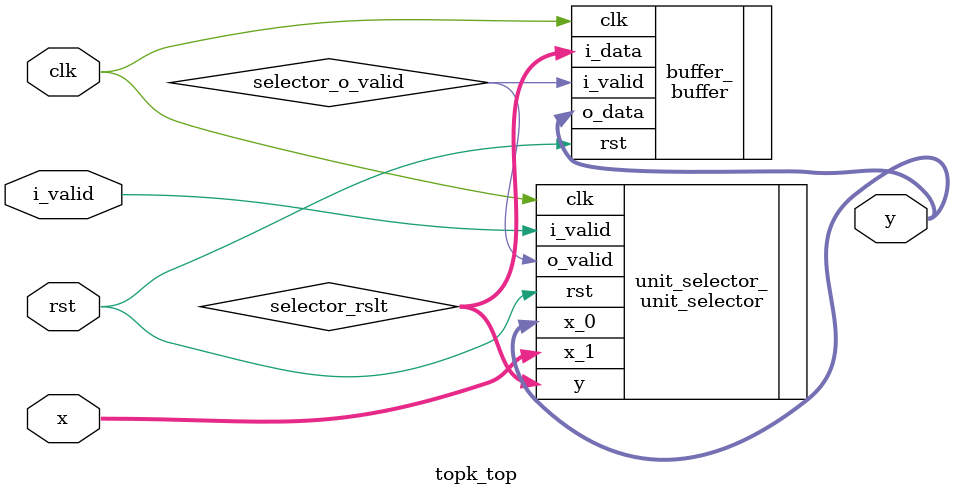
<source format=v>
`timescale 1ps/1ps
`include "./unit_selector.v"
`include "./buffer.v"

module topk_top #
(
    parameter LOG_INPUT_NUM = 4,    //TOPK -> TOP16
    parameter DATA_WIDTH = 32
) (
    input clk, rst,
    input i_valid,
    input [DATA_WIDTH*(2**LOG_INPUT_NUM)-1 : 0] x,  //32*16
    output [DATA_WIDTH*(2**LOG_INPUT_NUM)-1 : 0] y
    // output o_valid
);

wire [DATA_WIDTH*(2**LOG_INPUT_NUM)-1 : 0] selector_rslt;
wire selector_o_valid;


buffer #
(
    .DATA_WIDTH(DATA_WIDTH),
    .LOG_INPUT_NUM(LOG_INPUT_NUM)
) buffer_
(
    .clk(clk),
    .rst(rst),
    .i_valid(selector_o_valid),
    .i_data(selector_rslt),
    .o_data(y)
);

unit_selector #
(
    .DATA_WIDTH(DATA_WIDTH),
    .LOG_INPUT_NUM(LOG_INPUT_NUM)
) unit_selector_
(
    .clk(clk),
    .rst(rst),
    .i_valid(i_valid),
    .x_0(y),
    .x_1(x),
    .y(selector_rslt),
    .o_valid(selector_o_valid)
);


endmodule
</source>
